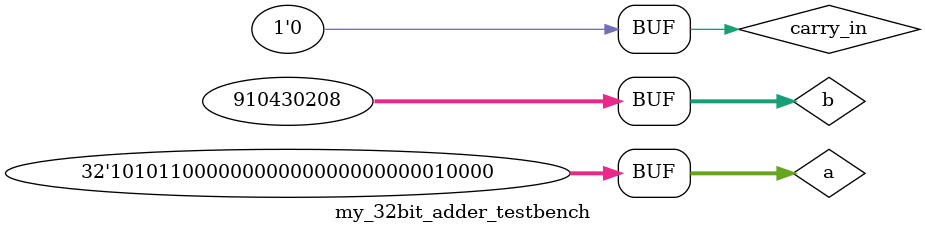
<source format=v>
module my_32bit_adder_testbench(); 

reg [31:0] a;
reg [31:0] b;
reg  carry_in;
wire [31:0] sum;
wire carry_out;

my_32bit_adder try_adder (.S(sum), .C(carry_out), .A(a), .B(b), .C0(carry_in));

initial 
  begin
     a = 32'h20040001;
	  b = 32'h30050000; 
	  carry_in = 1'b0;
	  
    #5 a = 32'h45000110;
	    b = 32'hFFFFFFFF;
		 carry_in = 1'b0;
		 
    #5 a = 32'hAC000010;
	    b = 32'h36441000;
		
		 
    
  end
 
 
initial
  begin
   $monitor("Testing the 32-bit adder\n 32-bit adder: time = %2d, a =%1h, b=%1h, carry_in=%1b, sum=%1h, carry_out=%1b", $time, a, b, carry_in, sum, carry_out);
  end
 
endmodule
</source>
